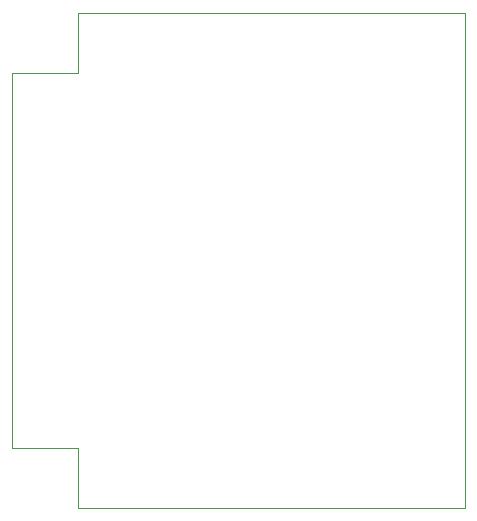
<source format=gbr>
%TF.GenerationSoftware,KiCad,Pcbnew,(6.0.4-0)*%
%TF.CreationDate,2022-08-04T12:40:34-05:00*%
%TF.ProjectId,pixel-frame-adapter,70697865-6c2d-4667-9261-6d652d616461,rev?*%
%TF.SameCoordinates,Original*%
%TF.FileFunction,Profile,NP*%
%FSLAX46Y46*%
G04 Gerber Fmt 4.6, Leading zero omitted, Abs format (unit mm)*
G04 Created by KiCad (PCBNEW (6.0.4-0)) date 2022-08-04 12:40:34*
%MOMM*%
%LPD*%
G01*
G04 APERTURE LIST*
%TA.AperFunction,Profile*%
%ADD10C,0.100000*%
%TD*%
G04 APERTURE END LIST*
D10*
X131597400Y-115951000D02*
X131597400Y-85420200D01*
X136677400Y-116560600D02*
X137185400Y-116560600D01*
X131597400Y-84810600D02*
X137185400Y-84810600D01*
X137185400Y-84810600D02*
X137185400Y-79730600D01*
X131597400Y-116560600D02*
X131597400Y-115951000D01*
X131597400Y-116560600D02*
X136677400Y-116560600D01*
X131597400Y-84810600D02*
X131597400Y-85420200D01*
X137185400Y-121640600D02*
X169951400Y-121640600D01*
X137185400Y-79730600D02*
X169951400Y-79730600D01*
X169951400Y-79730600D02*
X169951400Y-121640600D01*
X137185400Y-116560600D02*
X137185400Y-121640600D01*
M02*

</source>
